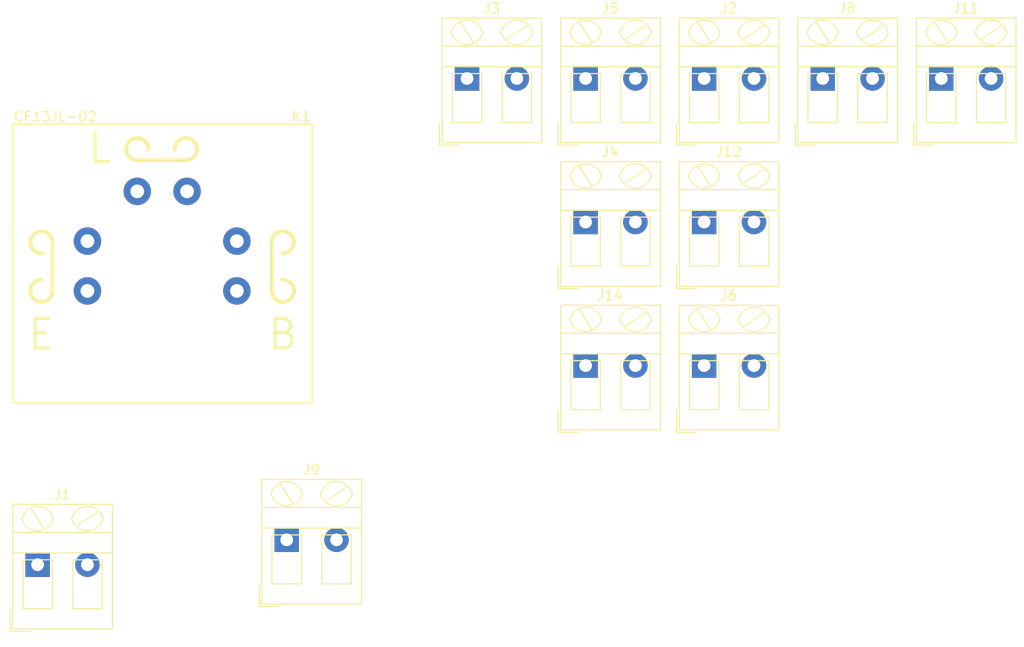
<source format=kicad_pcb>
(kicad_pcb (version 20211014) (generator pcbnew)
  (layers (0 "F.Cu" signal) (31 "B.Cu" signal) (34 "B.Paste" user) (35 "F.Paste" user) (36 "B.SilkS" user "B.Silkscreen") (37 "F.SilkS" user "F.Silkscreen") (38 "B.Mask" user) (39 "F.Mask" user) (44 "Edge.Cuts" user))
  (net 0 "")
  (net 1 "Net-(F1-Pad1)")
  (net 2 "Net-(J16-Pad3)")
  (net 3 "GND1")
  (net 4 "Net-(J12-Pad1)")
  (net 5 "Net-(J12-Pad2)")
  (net 6 "Net-(J1-Pad1)")
  (net 7 "Net-(J2-Pad1)")
  (net 8 "GND")
  (net 9 "Net-(F1-Pad2)")
  (net 10 "Net-(F2-Pad1)")
  (net 11 "Net-(F3-Pad1)")
  (net 12 "Net-(J11-Pad1)")
  (net 13 "Net-(J11-Pad2)")
  (footprint "circuit:TerminalBlock_Camdenboss_CTB3008_1x02_P5.08mm_45Degree" (layer "F.Cu") (at 201.98 69.76)
    (fp_text reference "J8" (at 2.5 -7.16) (layer "F.SilkS"))
    (fp_text value "Conn_Batterie_Charge")
    (fp_line (start -2.54 6.56) (end 7.62 6.56) (layer "F.SilkS") (width 0.12))
    (fp_line (start -1.5 -0.5) (end -1.5 4.5) (layer "F.SilkS") (width 0.12))
    (fp_line (start -2.8 4.56) (end -2.8 6.8) (layer "F.SilkS") (width 0.12))
    (fp_line (start 1.49 -0.5) (end 1.5 -0.5) (layer "F.SilkS") (width 0.12))
    (fp_line (start -0.6604 -5.7404) (end 0.6604 -3.6576) (layer "F.SilkS") (width 0.12))
    (fp_line (start 3.58 4.5) (end 6.58 4.5) (layer "F.SilkS") (width 0.12))
    (fp_line (start -2.54 -3.301) (end 7.62 -3.301) (layer "F.SilkS") (width 0.12))
    (fp_line (start -2.8 6.8) (end -0.8 6.8) (layer "F.SilkS") (width 0.12))
    (fp_line (start 1.5 -0.5) (end 1.5 4.5) (layer "F.SilkS") (width 0.12))
    (fp_line (start 3.58 -0.5) (end 6.58 -0.5) (layer "F.SilkS") (width 0.12))
    (fp_line (start -2.54 -6.16) (end -2.54 6.56) (layer "F.SilkS") (width 0.12))
    (fp_line (start 7.62 -6.16) (end 7.62 6.56) (layer "F.SilkS") (width 0.12))
    (fp_line (start -2.54 -6.16) (end 7.62 -6.16) (layer "F.SilkS") (width 0.12))
    (fp_line (start 6.223 -5.461) (end 3.937 -3.937) (layer "F.SilkS") (width 0.12))
    (fp_line (start 1.49 -0.5) (end -1.49 -0.5) (layer "F.SilkS") (width 0.12))
    (fp_line (start 3.58 -0.5) (end 3.58 4.5) (layer "F.SilkS") (width 0.12))
    (fp_line (start 6.58 -0.5) (end 6.58 4.5) (layer "F.SilkS") (width 0.12))
    (fp_line (start -1.5 4.5) (end 1.5 4.5) (layer "F.SilkS") (width 0.12))
    (fp_line (start -2.54 -1.201) (end 7.62 -1.201) (layer "F.SilkS") (width 0.12))
    (fp_arc (start 1.6 -4.7) (mid -0.000064 -3.45) (end -1.600031 -4.700125) (layer "F.SilkS") (width 0.12))
    (fp_arc (start 3.479086 -4.700344) (mid 5.080177 -5.95097) (end 6.681 -4.7) (layer "F.SilkS") (width 0.12))
    (fp_arc (start -1.600914 -4.700344) (mid 0.000177 -5.95097) (end 1.601 -4.7) (layer "F.SilkS") (width 0.12))
    (fp_arc (start 6.68 -4.7) (mid 5.079936 -3.45) (end 3.479969 -4.700125) (layer "F.SilkS") (width 0.12))
    (pad "1" thru_hole rect (at 0 0) (size 2.5 2.5) (drill 1.3) (layers *.Cu *.Mask) (net 12 "Net-(J11-Pad1)"))
    (pad "2" thru_hole circle (at 5.08 0) (size 2.5 2.5) (drill 1.3) (layers *.Cu *.Mask) (net 13 "Net-(J11-Pad2)"))
  )
  (footprint "circuit:TerminalBlock_Camdenboss_CTB3008_1x02_P5.08mm_45Degree" (layer "F.Cu") (at 147.32 116.84)
    (fp_text reference "J9" (at 2.5 -7.16) (layer "F.SilkS"))
    (fp_text value "Conn_Batterie_Puissance")
    (fp_line (start -2.54 6.56) (end 7.62 6.56) (layer "F.SilkS") (width 0.12))
    (fp_line (start 1.5 -0.5) (end 1.5 4.5) (layer "F.SilkS") (width 0.12))
    (fp_line (start -2.54 -3.301) (end 7.62 -3.301) (layer "F.SilkS") (width 0.12))
    (fp_line (start -2.8 6.8) (end -0.8 6.8) (layer "F.SilkS") (width 0.12))
    (fp_line (start -2.54 -6.16) (end -2.54 6.56) (layer "F.SilkS") (width 0.12))
    (fp_line (start 1.49 -0.5) (end -1.49 -0.5) (layer "F.SilkS") (width 0.12))
    (fp_line (start 3.58 4.5) (end 6.58 4.5) (layer "F.SilkS") (width 0.12))
    (fp_line (start 6.58 -0.5) (end 6.58 4.5) (layer "F.SilkS") (width 0.12))
    (fp_line (start 7.62 -6.16) (end 7.62 6.56) (layer "F.SilkS") (width 0.12))
    (fp_line (start 3.58 -0.5) (end 3.58 4.5) (layer "F.SilkS") (width 0.12))
    (fp_line (start -2.54 -6.16) (end 7.62 -6.16) (layer "F.SilkS") (width 0.12))
    (fp_line (start 3.58 -0.5) (end 6.58 -0.5) (layer "F.SilkS") (width 0.12))
    (fp_line (start -2.8 4.56) (end -2.8 6.8) (layer "F.SilkS") (width 0.12))
    (fp_line (start -1.5 -0.5) (end -1.5 4.5) (layer "F.SilkS") (width 0.12))
    (fp_line (start -2.54 -1.201) (end 7.62 -1.201) (layer "F.SilkS") (width 0.12))
    (fp_line (start 1.49 -0.5) (end 1.5 -0.5) (layer "F.SilkS") (width 0.12))
    (fp_line (start 6.223 -5.461) (end 3.937 -3.937) (layer "F.SilkS") (width 0.12))
    (fp_line (start -0.6604 -5.7404) (end 0.6604 -3.6576) (layer "F.SilkS") (width 0.12))
    (fp_line (start -1.5 4.5) (end 1.5 4.5) (layer "F.SilkS") (width 0.12))
    (fp_arc (start 6.68 -4.7) (mid 5.079936 -3.45) (end 3.479969 -4.700125) (layer "F.SilkS") (width 0.12))
    (fp_arc (start 3.479086 -4.700344) (mid 5.080177 -5.95097) (end 6.681 -4.7) (layer "F.SilkS") (width 0.12))
    (fp_arc (start -1.600914 -4.700344) (mid 0.000177 -5.95097) (end 1.601 -4.7) (layer "F.SilkS") (width 0.12))
    (fp_arc (start 1.6 -4.7) (mid -0.000064 -3.45) (end -1.600031 -4.700125) (layer "F.SilkS") (width 0.12))
    (pad "1" thru_hole rect (at 0 0) (size 2.5 2.5) (drill 1.3) (layers *.Cu *.Mask) (net 7 "Net-(J2-Pad1)"))
    (pad "2" thru_hole circle (at 5.08 0) (size 2.5 2.5) (drill 1.3) (layers *.Cu *.Mask) (net 8 "GND"))
  )
  (footprint "circuit:TerminalBlock_Camdenboss_CTB3008_1x02_P5.08mm_45Degree" (layer "F.Cu") (at 189.89 84.41)
    (fp_text reference "J12" (at 2.5 -7.16) (layer "F.SilkS"))
    (fp_text value "Conn_MPPT_In")
    (fp_line (start -2.54 -6.16) (end 7.62 -6.16) (layer "F.SilkS") (width 0.12))
    (fp_line (start 3.58 -0.5) (end 6.58 -0.5) (layer "F.SilkS") (width 0.12))
    (fp_line (start 1.5 -0.5) (end 1.5 4.5) (layer "F.SilkS") (width 0.12))
    (fp_line (start -2.8 6.8) (end -0.8 6.8) (layer "F.SilkS") (width 0.12))
    (fp_line (start 1.49 -0.5) (end -1.49 -0.5) (layer "F.SilkS") (width 0.12))
    (fp_line (start -1.5 -0.5) (end -1.5 4.5) (layer "F.SilkS") (width 0.12))
    (fp_line (start -2.54 -1.201) (end 7.62 -1.201) (layer "F.SilkS") (width 0.12))
    (fp_line (start 6.223 -5.461) (end 3.937 -3.937) (layer "F.SilkS") (width 0.12))
    (fp_line (start 7.62 -6.16) (end 7.62 6.56) (layer "F.SilkS") (width 0.12))
    (fp_line (start 1.49 -0.5) (end 1.5 -0.5) (layer "F.SilkS") (width 0.12))
    (fp_line (start -2.54 -3.301) (end 7.62 -3.301) (layer "F.SilkS") (width 0.12))
    (fp_line (start 3.58 -0.5) (end 3.58 4.5) (layer "F.SilkS") (width 0.12))
    (fp_line (start -2.54 -6.16) (end -2.54 6.56) (layer "F.SilkS") (width 0.12))
    (fp_line (start -2.54 6.56) (end 7.62 6.56) (layer "F.SilkS") (width 0.12))
    (fp_line (start 3.58 4.5) (end 6.58 4.5) (layer "F.SilkS") (width 0.12))
    (fp_line (start 6.58 -0.5) (end 6.58 4.5) (layer "F.SilkS") (width 0.12))
    (fp_line (start -2.8 4.56) (end -2.8 6.8) (layer "F.SilkS") (width 0.12))
    (fp_line (start -0.6604 -5.7404) (end 0.6604 -3.6576) (layer "F.SilkS") (width 0.12))
    (fp_line (start -1.5 4.5) (end 1.5 4.5) (layer "F.SilkS") (width 0.12))
    (fp_arc (start 6.68 -4.7) (mid 5.079936 -3.45) (end 3.479969 -4.700125) (layer "F.SilkS") (width 0.12))
    (fp_arc (start 1.6 -4.7) (mid -0.000064 -3.45) (end -1.600031 -4.700125) (layer "F.SilkS") (width 0.12))
    (fp_arc (start -1.600914 -4.700344) (mid 0.000177 -5.95097) (end 1.601 -4.7) (layer "F.SilkS") (width 0.12))
    (fp_arc (start 3.479086 -4.700344) (mid 5.080177 -5.95097) (end 6.681 -4.7) (layer "F.SilkS") (width 0.12))
    (pad "1" thru_hole rect (at 0 0) (size 2.5 2.5) (drill 1.3) (layers *.Cu *.Mask) (net 4 "Net-(J12-Pad1)"))
    (pad "2" thru_hole circle (at 5.08 0) (size 2.5 2.5) (drill 1.3) (layers *.Cu *.Mask) (net 5 "Net-(J12-Pad2)"))
  )
  (footprint "circuit:TerminalBlock_Camdenboss_CTB3008_1x02_P5.08mm_45Degree" (layer "F.Cu") (at 121.92 119.38)
    (fp_text reference "J1" (at 2.5 -7.16) (layer "F.SilkS"))
    (fp_text value "Conn_Klaxon")
    (fp_line (start 1.49 -0.5) (end -1.49 -0.5) (layer "F.SilkS") (width 0.12))
    (fp_line (start -2.54 -3.301) (end 7.62 -3.301) (layer "F.SilkS") (width 0.12))
    (fp_line (start 6.223 -5.461) (end 3.937 -3.937) (layer "F.SilkS") (width 0.12))
    (fp_line (start 6.58 -0.5) (end 6.58 4.5) (layer "F.SilkS") (width 0.12))
    (fp_line (start -2.54 -1.201) (end 7.62 -1.201) (layer "F.SilkS") (width 0.12))
    (fp_line (start -2.8 6.8) (end -0.8 6.8) (layer "F.SilkS") (width 0.12))
    (fp_line (start -1.5 4.5) (end 1.5 4.5) (layer "F.SilkS") (width 0.12))
    (fp_line (start 3.58 4.5) (end 6.58 4.5) (layer "F.SilkS") (width 0.12))
    (fp_line (start -2.54 -6.16) (end 7.62 -6.16) (layer "F.SilkS") (width 0.12))
    (fp_line (start 1.5 -0.5) (end 1.5 4.5) (layer "F.SilkS") (width 0.12))
    (fp_line (start 3.58 -0.5) (end 3.58 4.5) (layer "F.SilkS") (width 0.12))
    (fp_line (start -2.54 -6.16) (end -2.54 6.56) (layer "F.SilkS") (width 0.12))
    (fp_line (start -2.8 4.56) (end -2.8 6.8) (layer "F.SilkS") (width 0.12))
    (fp_line (start -2.54 6.56) (end 7.62 6.56) (layer "F.SilkS") (width 0.12))
    (fp_line (start -0.6604 -5.7404) (end 0.6604 -3.6576) (layer "F.SilkS") (width 0.12))
    (fp_line (start 1.49 -0.5) (end 1.5 -0.5) (layer "F.SilkS") (width 0.12))
    (fp_line (start -1.5 -0.5) (end -1.5 4.5) (layer "F.SilkS") (width 0.12))
    (fp_line (start 7.62 -6.16) (end 7.62 6.56) (layer "F.SilkS") (width 0.12))
    (fp_line (start 3.58 -0.5) (end 6.58 -0.5) (layer "F.SilkS") (width 0.12))
    (fp_arc (start 3.479086 -4.700344) (mid 5.080177 -5.95097) (end 6.681 -4.7) (layer "F.SilkS") (width 0.12))
    (fp_arc (start -1.600914 -4.700344) (mid 0.000177 -5.95097) (end 1.601 -4.7) (layer "F.SilkS") (width 0.12))
    (fp_arc (start 1.6 -4.7) (mid -0.000064 -3.45) (end -1.600031 -4.700125) (layer "F.SilkS") (width 0.12))
    (fp_arc (start 6.68 -4.7) (mid 5.079936 -3.45) (end 3.479969 -4.700125) (layer "F.SilkS") (width 0.12))
    (pad "1" thru_hole rect (at 0 0) (size 2.5 2.5) (drill 1.3) (layers *.Cu *.Mask) (net 6 "Net-(J1-Pad1)"))
    (pad "2" thru_hole circle (at 5.08 0) (size 2.5 2.5) (drill 1.3) (layers *.Cu *.Mask) (net 3 "GND1"))
  )
  (footprint "circuit:CF13JL-02" (layer "F.Cu") (at 134.62 83.82)
    (fp_text reference "K1" (at 15.25 -10.16 unlocked) (layer "F.SilkS") (effects (justify right)))
    (fp_text value "CF13JL-02")
    (fp_text user "L" (at -6.35 -6.985 unlocked) (layer "F.SilkS") (effects (font (size 3 3) (thickness 0.3))))
    (fp_text user "B" (at 12.307082 12.065 unlocked) (layer "F.SilkS") (effects (font (size 3 3) (thickness 0.3))))
    (fp_text user "E" (at -12.307087 12.065 unlocked) (layer "F.SilkS") (effects (font (size 3 3) (thickness 0.3))))
    (fp_text user "CF13JL-02" (at -15.24 -10.16 unlocked) (layer "F.SilkS") (effects (justify left)))
    (fp_line (start 2.414474 -5.715) (end -2.414474 -5.715) (layer "F.SilkS") (width 0.4))
    (fp_line (start -11.176 2.665526) (end -11.176 7.494474) (layer "F.SilkS") (width 0.4))
    (fp_line (start 11.176 7.612653) (end 11.176 2.783705) (layer "F.SilkS") (width 0.4))
    (fp_rect (start -15.25 -9.38) (end 15.25 19.02) (layer "F.SilkS") (width 0.2) (fill none))
    (fp_arc (start -12.192 3.793526) (mid -13.1529 1.906474) (end -11.176 2.665526) (layer "F.SilkS") (width 0.4))
    (fp_arc (start 11.176 2.783705) (mid 13.063052 1.822802) (end 12.304 3.799705) (layer "F.SilkS") (width 0.4))
    (fp_arc (start -11.176 7.494474) (mid -13.063052 8.455374) (end -12.304 6.478474) (layer "F.SilkS") (width 0.4))
    (fp_arc (start -2.414474 -5.715) (mid -3.375374 -7.602052) (end -1.398474 -6.843) (layer "F.SilkS") (width 0.4))
    (fp_arc (start 12.192 6.484653) (mid 13.152895 8.3717) (end 11.176 7.612653) (layer "F.SilkS") (width 0.4))
    (fp_arc (start 1.286474 -6.731) (mid 3.173526 -7.6919) (end 2.414474 -5.715) (layer "F.SilkS") (width 0.4))
    (pad "1" thru_hole circle (at 7.62 2.54) (size 2.8 2.8) (drill 1.4) (layers *.Cu *.Mask) (net 1 "Net-(F1-Pad1)"))
    (pad "1" thru_hole circle (at 7.62 7.62) (size 2.8 2.8) (drill 1.4) (layers *.Cu *.Mask) (net 1 "Net-(F1-Pad1)"))
    (pad "2" thru_hole circle (at 2.54 -2.54) (size 2.8 2.8) (drill 1.4) (layers *.Cu *.Mask) (net 2 "Net-(J16-Pad3)"))
    (pad "2" thru_hole circle (at -2.54 -2.54) (size 2.8 2.8) (drill 1.4) (layers *.Cu *.Mask) (net 2 "Net-(J16-Pad3)"))
    (pad "3" thru_hole circle (at -7.62 2.54) (size 2.8 2.8) (drill 1.4) (layers *.Cu *.Mask) (net 3 "GND1"))
    (pad "3" thru_hole circle (at -7.62 7.62) (size 2.8 2.8) (drill 1.4) (layers *.Cu *.Mask) (net 3 "GND1"))
  )
  (footprint "circuit:TerminalBlock_Camdenboss_CTB3008_1x02_P5.08mm_45Degree" (layer "F.Cu") (at 189.89 99.06)
    (fp_text reference "J6" (at 2.5 -7.16) (layer "F.SilkS"))
    (fp_text value "Conn_12V_Out")
    (fp_line (start -2.54 6.56) (end 7.62 6.56) (layer "F.SilkS") (width 0.12))
    (fp_line (start 3.58 -0.5) (end 6.58 -0.5) (layer "F.SilkS") (width 0.12))
    (fp_line (start -2.54 -6.16) (end -2.54 6.56) (layer "F.SilkS") (width 0.12))
    (fp_line (start -1.5 -0.5) (end -1.5 4.5) (layer "F.SilkS") (width 0.12))
    (fp_line (start 6.223 -5.461) (end 3.937 -3.937) (layer "F.SilkS") (width 0.12))
    (fp_line (start 7.62 -6.16) (end 7.62 6.56) (layer "F.SilkS") (width 0.12))
    (fp_line (start 1.5 -0.5) (end 1.5 4.5) (layer "F.SilkS") (width 0.12))
    (fp_line (start -2.54 -6.16) (end 7.62 -6.16) (layer "F.SilkS") (width 0.12))
    (fp_line (start -2.8 6.8) (end -0.8 6.8) (layer "F.SilkS") (width 0.12))
    (fp_line (start -2.54 -3.301) (end 7.62 -3.301) (layer "F.SilkS") (width 0.12))
    (fp_line (start -0.6604 -5.7404) (end 0.6604 -3.6576) (layer "F.SilkS") (width 0.12))
    (fp_line (start 1.49 -0.5) (end 1.5 -0.5) (layer "F.SilkS") (width 0.12))
    (fp_line (start 3.58 4.5) (end 6.58 4.5) (layer "F.SilkS") (width 0.12))
    (fp_line (start -1.5 4.5) (end 1.5 4.5) (layer "F.SilkS") (width 0.12))
    (fp_line (start -2.54 -1.201) (end 7.62 -1.201) (layer "F.SilkS") (width 0.12))
    (fp_line (start 3.58 -0.5) (end 3.58 4.5) (layer "F.SilkS") (width 0.12))
    (fp_line (start 1.49 -0.5) (end -1.49 -0.5) (layer "F.SilkS") (width 0.12))
    (fp_line (start -2.8 4.56) (end -2.8 6.8) (layer "F.SilkS") (width 0.12))
    (fp_line (start 6.58 -0.5) (end 6.58 4.5) (layer "F.SilkS") (width 0.12))
    (fp_arc (start 6.68 -4.7) (mid 5.079936 -3.45) (end 3.479969 -4.700125) (layer "F.SilkS") (width 0.12))
    (fp_arc (start 1.6 -4.7) (mid -0.000064 -3.45) (end -1.600031 -4.700125) (layer "F.SilkS") (width 0.12))
    (fp_arc (start 3.479086 -4.700344) (mid 5.080177 -5.95097) (end 6.681 -4.7) (layer "F.SilkS") (width 0.12))
    (fp_arc (start -1.600914 -4.700344) (mid 0.000177 -5.95097) (end 1.601 -4.7) (layer "F.SilkS") (width 0.12))
    (pad "1" thru_hole rect (at 0 0) (size 2.5 2.5) (drill 1.3) (layers *.Cu *.Mask) (net 11 "Net-(F3-Pad1)"))
    (pad "2" thru_hole circle (at 5.08 0) (size 2.5 2.5) (drill 1.3) (layers *.Cu *.Mask) (net 3 "GND1"))
  )
  (footprint "circuit:TerminalBlock_Camdenboss_CTB3008_1x02_P5.08mm_45Degree" (layer "F.Cu") (at 177.8 69.76)
    (fp_text reference "J5" (at 2.5 -7.16) (layer "F.SilkS"))
    (fp_text value "Conn_12V_Out")
    (fp_line (start 6.223 -5.461) (end 3.937 -3.937) (layer "F.SilkS") (width 0.12))
    (fp_line (start -2.8 6.8) (end -0.8 6.8) (layer "F.SilkS") (width 0.12))
    (fp_line (start 1.49 -0.5) (end 1.5 -0.5) (layer "F.SilkS") (width 0.12))
    (fp_line (start -2.54 6.56) (end 7.62 6.56) (layer "F.SilkS") (width 0.12))
    (fp_line (start -1.5 4.5) (end 1.5 4.5) (layer "F.SilkS") (width 0.12))
    (fp_line (start 1.49 -0.5) (end -1.49 -0.5) (layer "F.SilkS") (width 0.12))
    (fp_line (start 1.5 -0.5) (end 1.5 4.5) (layer "F.SilkS") (width 0.12))
    (fp_line (start -2.54 -3.301) (end 7.62 -3.301) (layer "F.SilkS") (width 0.12))
    (fp_line (start -2.8 4.56) (end -2.8 6.8) (layer "F.SilkS") (width 0.12))
    (fp_line (start -1.5 -0.5) (end -1.5 4.5) (layer "F.SilkS") (width 0.12))
    (fp_line (start 3.58 4.5) (end 6.58 4.5) (layer "F.SilkS") (width 0.12))
    (fp_line (start 7.62 -6.16) (end 7.62 6.56) (layer "F.SilkS") (width 0.12))
    (fp_line (start -2.54 -6.16) (end 7.62 -6.16) (layer "F.SilkS") (width 0.12))
    (fp_line (start -0.6604 -5.7404) (end 0.6604 -3.6576) (layer "F.SilkS") (width 0.12))
    (fp_line (start -2.54 -1.201) (end 7.62 -1.201) (layer "F.SilkS") (width 0.12))
    (fp_line (start -2.54 -6.16) (end -2.54 6.56) (layer "F.SilkS") (width 0.12))
    (fp_line (start 3.58 -0.5) (end 3.58 4.5) (layer "F.SilkS") (width 0.12))
    (fp_line (start 6.58 -0.5) (end 6.58 4.5) (layer "F.SilkS") (width 0.12))
    (fp_line (start 3.58 -0.5) (end 6.58 -0.5) (layer "F.SilkS") (width 0.12))
    (fp_arc (start -1.600914 -4.700344) (mid 0.000177 -5.95097) (end 1.601 -4.7) (layer "F.SilkS") (width 0.12))
    (fp_arc (start 3.479086 -4.700344) (mid 5.080177 -5.95097) (end 6.681 -4.7) (layer "F.SilkS") (width 0.12))
    (fp_arc (start 1.6 -4.7) (mid -0.000064 -3.45) (end -1.600031 -4.700125) (layer "F.SilkS") (width 0.12))
    (fp_arc (start 6.68 -4.7) (mid 5.079936 -3.45) (end 3.479969 -4.700125) (layer "F.SilkS") (width 0.12))
    (pad "1" thru_hole rect (at 0 0) (size 2.5 2.5) (drill 1.3) (layers *.Cu *.Mask) (net 10 "Net-(F2-Pad1)"))
    (pad "2" thru_hole circle (at 5.08 0) (size 2.5 2.5) (drill 1.3) (layers *.Cu *.Mask) (net 3 "GND1"))
  )
  (footprint "circuit:TerminalBlock_Camdenboss_CTB3008_1x02_P5.08mm_45Degree" (layer "F.Cu") (at 177.8 84.41)
    (fp_text reference "J4" (at 2.5 -7.16) (layer "F.SilkS"))
    (fp_text value "Conn_Convertisseur12V_Out")
    (fp_line (start -2.54 -3.301) (end 7.62 -3.301) (layer "F.SilkS") (width 0.12))
    (fp_line (start 6.223 -5.461) (end 3.937 -3.937) (layer "F.SilkS") (width 0.12))
    (fp_line (start 6.58 -0.5) (end 6.58 4.5) (layer "F.SilkS") (width 0.12))
    (fp_line (start -2.54 -6.16) (end 7.62 -6.16) (layer "F.SilkS") (width 0.12))
    (fp_line (start 1.49 -0.5) (end 1.5 -0.5) (layer "F.SilkS") (width 0.12))
    (fp_line (start -2.8 4.56) (end -2.8 6.8) (layer "F.SilkS") (width 0.12))
    (fp_line (start 1.49 -0.5) (end -1.49 -0.5) (layer "F.SilkS") (width 0.12))
    (fp_line (start -1.5 4.5) (end 1.5 4.5) (layer "F.SilkS") (width 0.12))
    (fp_line (start -0.6604 -5.7404) (end 0.6604 -3.6576) (layer "F.SilkS") (width 0.12))
    (fp_line (start -2.54 6.56) (end 7.62 6.56) (layer "F.SilkS") (width 0.12))
    (fp_line (start -2.54 -1.201) (end 7.62 -1.201) (layer "F.SilkS") (width 0.12))
    (fp_line (start 7.62 -6.16) (end 7.62 6.56) (layer "F.SilkS") (width 0.12))
    (fp_line (start 3.58 -0.5) (end 3.58 4.5) (layer "F.SilkS") (width 0.12))
    (fp_line (start 3.58 4.5) (end 6.58 4.5) (layer "F.SilkS") (width 0.12))
    (fp_line (start -2.8 6.8) (end -0.8 6.8) (layer "F.SilkS") (width 0.12))
    (fp_line (start -1.5 -0.5) (end -1.5 4.5) (layer "F.SilkS") (width 0.12))
    (fp_line (start 3.58 -0.5) (end 6.58 -0.5) (layer "F.SilkS") (width 0.12))
    (fp_line (start 1.5 -0.5) (end 1.5 4.5) (layer "F.SilkS") (width 0.12))
    (fp_line (start -2.54 -6.16) (end -2.54 6.56) (layer "F.SilkS") (width 0.12))
    (fp_arc (start 6.68 -4.7) (mid 5.079936 -3.45) (end 3.479969 -4.700125) (layer "F.SilkS") (width 0.12))
    (fp_arc (start 3.479086 -4.700344) (mid 5.080177 -5.95097) (end 6.681 -4.7) (layer "F.SilkS") (width 0.12))
    (fp_arc (start -1.600914 -4.700344) (mid 0.000177 -5.95097) (end 1.601 -4.7) (layer "F.SilkS") (width 0.12))
    (fp_arc (start 1.6 -4.7) (mid -0.000064 -3.45) (end -1.600031 -4.700125) (layer "F.SilkS") (width 0.12))
    (pad "1" thru_hole rect (at 0 0) (size 2.5 2.5) (drill 1.3) (layers *.Cu *.Mask) (net 9 "Net-(F1-Pad2)"))
    (pad "2" thru_hole circle (at 5.08 0) (size 2.5 2.5) (drill 1.3) (layers *.Cu *.Mask) (net 3 "GND1"))
  )
  (footprint "circuit:TerminalBlock_Camdenboss_CTB3008_1x02_P5.08mm_45Degree" (layer "F.Cu") (at 177.8 99.06)
    (fp_text reference "J14" (at 2.5 -7.16) (layer "F.SilkS"))
    (fp_text value "Conn_Panneau")
    (fp_line (start -2.54 6.56) (end 7.62 6.56) (layer "F.SilkS") (width 0.12))
    (fp_line (start 7.62 -6.16) (end 7.62 6.56) (layer "F.SilkS") (width 0.12))
    (fp_line (start 6.223 -5.461) (end 3.937 -3.937) (layer "F.SilkS") (width 0.12))
    (fp_line (start 3.58 4.5) (end 6.58 4.5) (layer "F.SilkS") (width 0.12))
    (fp_line (start 6.58 -0.5) (end 6.58 4.5) (layer "F.SilkS") (width 0.12))
    (fp_line (start -2.54 -1.201) (end 7.62 -1.201) (layer "F.SilkS") (width 0.12))
    (fp_line (start 3.58 -0.5) (end 6.58 -0.5) (layer "F.SilkS") (width 0.12))
    (fp_line (start 1.5 -0.5) (end 1.5 4.5) (layer "F.SilkS") (width 0.12))
    (fp_line (start 1.49 -0.5) (end 1.5 -0.5) (layer "F.SilkS") (width 0.12))
    (fp_line (start -2.54 -6.16) (end 7.62 -6.16) (layer "F.SilkS") (width 0.12))
    (fp_line (start -2.8 4.56) (end -2.8 6.8) (layer "F.SilkS") (width 0.12))
    (fp_line (start 1.49 -0.5) (end -1.49 -0.5) (layer "F.SilkS") (width 0.12))
    (fp_line (start -2.54 -6.16) (end -2.54 6.56) (layer "F.SilkS") (width 0.12))
    (fp_line (start -1.5 4.5) (end 1.5 4.5) (layer "F.SilkS") (width 0.12))
    (fp_line (start 3.58 -0.5) (end 3.58 4.5) (layer "F.SilkS") (width 0.12))
    (fp_line (start -1.5 -0.5) (end -1.5 4.5) (layer "F.SilkS") (width 0.12))
    (fp_line (start -2.8 6.8) (end -0.8 6.8) (layer "F.SilkS") (width 0.12))
    (fp_line (start -2.54 -3.301) (end 7.62 -3.301) (layer "F.SilkS") (width 0.12))
    (fp_line (start -0.6604 -5.7404) (end 0.6604 -3.6576) (layer "F.SilkS") (width 0.12))
    (fp_arc (start 3.479086 -4.700344) (mid 5.080177 -5.95097) (end 6.681 -4.7) (layer "F.SilkS") (width 0.12))
    (fp_arc (start -1.600914 -4.700344) (mid 0.000177 -5.95097) (end 1.601 -4.7) (layer "F.SilkS") (width 0.12))
    (fp_arc (start 6.68 -4.7) (mid 5.079936 -3.45) (end 3.479969 -4.700125) (layer "F.SilkS") (width 0.12))
    (fp_arc (start 1.6 -4.7) (mid -0.000064 -3.45) (end -1.600031 -4.700125) (layer "F.SilkS") (width 0.12))
    (pad "1" thru_hole rect (at 0 0) (size 2.5 2.5) (drill 1.3) (layers *.Cu *.Mask) (net 4 "Net-(J12-Pad1)"))
    (pad "2" thru_hole circle (at 5.08 0) (size 2.5 2.5) (drill 1.3) (layers *.Cu *.Mask) (net 5 "Net-(J12-Pad2)"))
  )
  (footprint "circuit:TerminalBlock_Camdenboss_CTB3008_1x02_P5.08mm_45Degree" (layer "F.Cu") (at 214.07 69.76)
    (fp_text reference "J11" (at 2.5 -7.16) (layer "F.SilkS"))
    (fp_text value "Conn_MPPT_Out")
    (fp_line (start 3.58 4.5) (end 6.58 4.5) (layer "F.SilkS") (width 0.12))
    (fp_line (start 6.223 -5.461) (end 3.937 -3.937) (layer "F.SilkS") (width 0.12))
    (fp_line (start 3.58 -0.5) (end 6.58 -0.5) (layer "F.SilkS") (width 0.12))
    (fp_line (start -2.8 6.8) (end -0.8 6.8) (layer "F.SilkS") (width 0.12))
    (fp_line (start -0.6604 -5.7404) (end 0.6604 -3.6576) (layer "F.SilkS") (width 0.12))
    (fp_line (start -2.54 -3.301) (end 7.62 -3.301) (layer "F.SilkS") (width 0.12))
    (fp_line (start -2.54 -6.16) (end 7.62 -6.16) (layer "F.SilkS") (width 0.12))
    (fp_line (start -2.54 -6.16) (end -2.54 6.56) (layer "F.SilkS") (width 0.12))
    (fp_line (start -2.54 -1.201) (end 7.62 -1.201) (layer "F.SilkS") (width 0.12))
    (fp_line (start 3.58 -0.5) (end 3.58 4.5) (layer "F.SilkS") (width 0.12))
    (fp_line (start -2.8 4.56) (end -2.8 6.8) (layer "F.SilkS") (width 0.12))
    (fp_line (start 1.5 -0.5) (end 1.5 4.5) (layer "F.SilkS") (width 0.12))
    (fp_line (start -2.54 6.56) (end 7.62 6.56) (layer "F.SilkS") (width 0.12))
    (fp_line (start -1.5 4.5) (end 1.5 4.5) (layer "F.SilkS") (width 0.12))
    (fp_line (start -1.5 -0.5) (end -1.5 4.5) (layer "F.SilkS") (width 0.12))
    (fp_line (start 1.49 -0.5) (end -1.49 -0.5) (layer "F.SilkS") (width 0.12))
    (fp_line (start 7.62 -6.16) (end 7.62 6.56) (layer "F.SilkS") (width 0.12))
    (fp_line (start 1.49 -0.5) (end 1.5 -0.5) (layer "F.SilkS") (width 0.12))
    (fp_line (start 6.58 -0.5) (end 6.58 4.5) (layer "F.SilkS") (width 0.12))
    (fp_arc (start -1.600914 -4.700344) (mid 0.000177 -5.95097) (end 1.601 -4.7) (layer "F.SilkS") (width 0.12))
    (fp_arc (start 3.479086 -4.700344) (mid 5.080177 -5.95097) (end 6.681 -4.7) (layer "F.SilkS") (width 0.12))
    (fp_arc (start 1.6 -4.7) (mid -0.000064 -3.45) (end -1.600031 -4.700125) (layer "F.SilkS") (width 0.12))
    (fp_arc (start 6.68 -4.7) (mid 5.079936 -3.45) (end 3.479969 -4.700125) (layer "F.SilkS") (width 0.12))
    (pad "1" thru_hole rect (at 0 0) (size 2.5 2.5) (drill 1.3) (layers *.Cu *.Mask) (net 12 "Net-(J11-Pad1)"))
    (pad "2" thru_hole circle (at 5.08 0) (size 2.5 2.5) (drill 1.3) (layers *.Cu *.Mask) (net 13 "Net-(J11-Pad2)"))
  )
  (footprint "circuit:TerminalBlock_Camdenboss_CTB3008_1x02_P5.08mm_45Degree" (layer "F.Cu") (at 165.71 69.76)
    (fp_text reference "J3" (at 2.5 -7.16) (layer "F.SilkS"))
    (fp_text value "Conn_Convertisseur12V_In")
    (fp_line (start -1.5 -0.5) (end -1.5 4.5) (layer "F.SilkS") (width 0.12))
    (fp_line (start 3.58 4.5) (end 6.58 4.5) (layer "F.SilkS") (width 0.12))
    (fp_line (start -2.8 4.56) (end -2.8 6.8) (layer "F.SilkS") (width 0.12))
    (fp_line (start 6.223 -5.461) (end 3.937 -3.937) (layer "F.SilkS") (width 0.12))
    (fp_line (start 3.58 -0.5) (end 6.58 -0.5) (layer "F.SilkS") (width 0.12))
    (fp_line (start -2.8 6.8) (end -0.8 6.8) (layer "F.SilkS") (width 0.12))
    (fp_line (start -0.6604 -5.7404) (end 0.6604 -3.6576) (layer "F.SilkS") (width 0.12))
    (fp_line (start 3.58 -0.5) (end 3.58 4.5) (layer "F.SilkS") (width 0.12))
    (fp_line (start -2.54 -1.201) (end 7.62 -1.201) (layer "F.SilkS") (width 0.12))
    (fp_line (start -2.54 -3.301) (end 7.62 -3.301) (layer "F.SilkS") (width 0.12))
    (fp_line (start -2.54 -6.16) (end 7.62 -6.16) (layer "F.SilkS") (width 0.12))
    (fp_line (start 1.49 -0.5) (end -1.49 -0.5) (layer "F.SilkS") (width 0.12))
    (fp_line (start 6.58 -0.5) (end 6.58 4.5) (layer "F.SilkS") (width 0.12))
    (fp_line (start -2.54 -6.16) (end -2.54 6.56) (layer "F.SilkS") (width 0.12))
    (fp_line (start -1.5 4.5) (end 1.5 4.5) (layer "F.SilkS") (width 0.12))
    (fp_line (start 1.49 -0.5) (end 1.5 -0.5) (layer "F.SilkS") (width 0.12))
    (fp_line (start 1.5 -0.5) (end 1.5 4.5) (layer "F.SilkS") (width 0.12))
    (fp_line (start 7.62 -6.16) (end 7.62 6.56) (layer "F.SilkS") (width 0.12))
    (fp_line (start -2.54 6.56) (end 7.62 6.56) (layer "F.SilkS") (width 0.12))
    (fp_arc (start -1.600914 -4.700344) (mid 0.000177 -5.95097) (end 1.601 -4.7) (layer "F.SilkS") (width 0.12))
    (fp_arc (start 3.479086 -4.700344) (mid 5.080177 -5.95097) (end 6.681 -4.7) (layer "F.SilkS") (width 0.12))
    (fp_arc (start 6.68 -4.7) (mid 5.079936 -3.45) (end 3.479969 -4.700125) (layer "F.SilkS") (width 0.12))
    (fp_arc (start 1.6 -4.7) (mid -0.000064 -3.45) (end -1.600031 -4.700125) (layer "F.SilkS") (width 0.12))
    (pad "1" thru_hole rect (at 0 0) (size 2.5 2.5) (drill 1.3) (layers *.Cu *.Mask) (net 7 "Net-(J2-Pad1)"))
    (pad "2" thru_hole circle (at 5.08 0) (size 2.5 2.5) (drill 1.3) (layers *.Cu *.Mask) (net 8 "GND"))
  )
  (footprint "circuit:TerminalBlock_Camdenboss_CTB3008_1x02_P5.08mm_45Degree" (layer "F.Cu") (at 189.89 69.76)
    (fp_text reference "J2" (at 2.5 -7.16) (layer "F.SilkS"))
    (fp_text value "Conn_Moteur")
    (fp_line (start -2.54 -6.16) (end -2.54 6.56) (layer "F.SilkS") (width 0.12))
    (fp_line (start -2.8 6.8) (end -0.8 6.8) (layer "F.SilkS") (width 0.12))
    (fp_line (start 6.58 -0.5) (end 6.58 4.5) (layer "F.SilkS") (width 0.12))
    (fp_line (start -2.54 6.56) (end 7.62 6.56) (layer "F.SilkS") (width 0.12))
    (fp_line (start -2.8 4.56) (end -2.8 6.8) (layer "F.SilkS") (width 0.12))
    (fp_line (start 1.49 -0.5) (end 1.5 -0.5) (layer "F.SilkS") (width 0.12))
    (fp_line (start -1.5 -0.5) (end -1.5 4.5) (layer "F.SilkS") (width 0.12))
    (fp_line (start -2.54 -1.201) (end 7.62 -1.201) (layer "F.SilkS") (width 0.12))
    (fp_line (start 6.223 -5.461) (end 3.937 -3.937) (layer "F.SilkS") (width 0.12))
    (fp_line (start 1.49 -0.5) (end -1.49 -0.5) (layer "F.SilkS") (width 0.12))
    (fp_line (start 3.58 -0.5) (end 6.58 -0.5) (layer "F.SilkS") (width 0.12))
    (fp_line (start 3.58 4.5) (end 6.58 4.5) (layer "F.SilkS") (width 0.12))
    (fp_line (start -2.54 -3.301) (end 7.62 -3.301) (layer "F.SilkS") (width 0.12))
    (fp_line (start -2.54 -6.16) (end 7.62 -6.16) (layer "F.SilkS") (width 0.12))
    (fp_line (start 7.62 -6.16) (end 7.62 6.56) (layer "F.SilkS") (width 0.12))
    (fp_line (start -1.5 4.5) (end 1.5 4.5) (layer "F.SilkS") (width 0.12))
    (fp_line (start 3.58 -0.5) (end 3.58 4.5) (layer "F.SilkS") (width 0.12))
    (fp_line (start 1.5 -0.5) (end 1.5 4.5) (layer "F.SilkS") (width 0.12))
    (fp_line (start -0.6604 -5.7404) (end 0.6604 -3.6576) (layer "F.SilkS") (width 0.12))
    (fp_arc (start -1.600914 -4.700344) (mid 0.000177 -5.95097) (end 1.601 -4.7) (layer "F.SilkS") (width 0.12))
    (fp_arc (start 3.479086 -4.700344) (mid 5.080177 -5.95097) (end 6.681 -4.7) (layer "F.SilkS") (width 0.12))
    (fp_arc (start 6.68 -4.7) (mid 5.079936 -3.45) (end 3.479969 -4.700125) (layer "F.SilkS") (width 0.12))
    (fp_arc (start 1.6 -4.7) (mid -0.000064 -3.45) (end -1.600031 -4.700125) (layer "F.SilkS") (width 0.12))
    (pad "1" thru_hole rect (at 0 0) (size 2.5 2.5) (drill 1.3) (layers *.Cu *.Mask) (net 7 "Net-(J2-Pad1)"))
    (pad "2" thru_hole circle (at 5.08 0) (size 2.5 2.5) (drill 1.3) (layers *.Cu *.Mask) (net 8 "GND"))
  )
)
</source>
